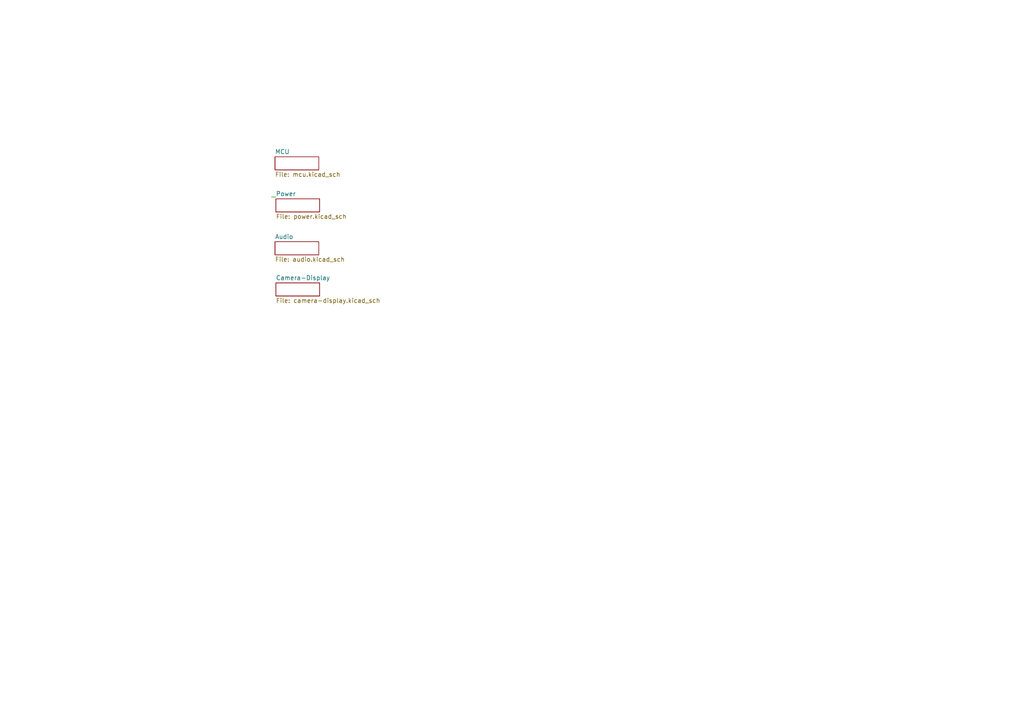
<source format=kicad_sch>
(kicad_sch
	(version 20250114)
	(generator "eeschema")
	(generator_version "9.0")
	(uuid "6bfeada4-0da3-4bdd-af4a-70929e466b35")
	(paper "A4")
	(lib_symbols)
	(wire
		(pts
			(xy 78.74 57.15) (xy 80.01 57.15)
		)
		(stroke
			(width 0)
			(type default)
		)
		(uuid "77b2d4e8-661d-41ad-8bde-cd1e08af74fa")
	)
	(sheet
		(at 80.01 57.658)
		(size 12.7 3.81)
		(exclude_from_sim no)
		(in_bom yes)
		(on_board yes)
		(dnp no)
		(fields_autoplaced yes)
		(stroke
			(width 0.1524)
			(type solid)
		)
		(fill
			(color 0 0 0 0.0000)
		)
		(uuid "17cd243b-0ed3-4c80-b4b5-c33d52f301e8")
		(property "Sheetname" "Power"
			(at 80.01 56.9464 0)
			(effects
				(font
					(size 1.27 1.27)
				)
				(justify left bottom)
			)
		)
		(property "Sheetfile" "power.kicad_sch"
			(at 80.01 62.0526 0)
			(effects
				(font
					(size 1.27 1.27)
				)
				(justify left top)
			)
		)
		(instances
			(project "defcon-sstv-badge"
				(path "/6bfeada4-0da3-4bdd-af4a-70929e466b35"
					(page "3")
				)
			)
		)
	)
	(sheet
		(at 79.756 45.466)
		(size 12.7 3.81)
		(exclude_from_sim no)
		(in_bom yes)
		(on_board yes)
		(dnp no)
		(fields_autoplaced yes)
		(stroke
			(width 0.1524)
			(type solid)
		)
		(fill
			(color 0 0 0 0.0000)
		)
		(uuid "1cd19f8e-9dd8-4d11-a3db-45fa5ed6d9f6")
		(property "Sheetname" "MCU"
			(at 79.756 44.7544 0)
			(effects
				(font
					(size 1.27 1.27)
				)
				(justify left bottom)
			)
		)
		(property "Sheetfile" "mcu.kicad_sch"
			(at 79.756 49.8606 0)
			(effects
				(font
					(size 1.27 1.27)
				)
				(justify left top)
			)
		)
		(instances
			(project "defcon-sstv-badge"
				(path "/6bfeada4-0da3-4bdd-af4a-70929e466b35"
					(page "2")
				)
			)
		)
	)
	(sheet
		(at 79.756 70.104)
		(size 12.7 3.81)
		(exclude_from_sim no)
		(in_bom yes)
		(on_board yes)
		(dnp no)
		(fields_autoplaced yes)
		(stroke
			(width 0.1524)
			(type solid)
		)
		(fill
			(color 0 0 0 0.0000)
		)
		(uuid "93aa96ae-ec45-4b38-a4d0-fe0c2fa30fed")
		(property "Sheetname" "Audio"
			(at 79.756 69.3924 0)
			(effects
				(font
					(size 1.27 1.27)
				)
				(justify left bottom)
			)
		)
		(property "Sheetfile" "audio.kicad_sch"
			(at 79.756 74.4986 0)
			(effects
				(font
					(size 1.27 1.27)
				)
				(justify left top)
			)
		)
		(instances
			(project "defcon-sstv-badge"
				(path "/6bfeada4-0da3-4bdd-af4a-70929e466b35"
					(page "4")
				)
			)
		)
	)
	(sheet
		(at 80.01 82.042)
		(size 12.7 3.81)
		(exclude_from_sim no)
		(in_bom yes)
		(on_board yes)
		(dnp no)
		(fields_autoplaced yes)
		(stroke
			(width 0.1524)
			(type solid)
		)
		(fill
			(color 0 0 0 0.0000)
		)
		(uuid "efff4478-0c2e-4f80-ace8-5815c1f5ee8d")
		(property "Sheetname" "Camera-Display"
			(at 80.01 81.3304 0)
			(effects
				(font
					(size 1.27 1.27)
				)
				(justify left bottom)
			)
		)
		(property "Sheetfile" "camera-display.kicad_sch"
			(at 80.01 86.4366 0)
			(effects
				(font
					(size 1.27 1.27)
				)
				(justify left top)
			)
		)
		(instances
			(project "defcon-sstv-badge"
				(path "/6bfeada4-0da3-4bdd-af4a-70929e466b35"
					(page "5")
				)
			)
		)
	)
	(sheet_instances
		(path "/"
			(page "1")
		)
	)
	(embedded_fonts no)
)

</source>
